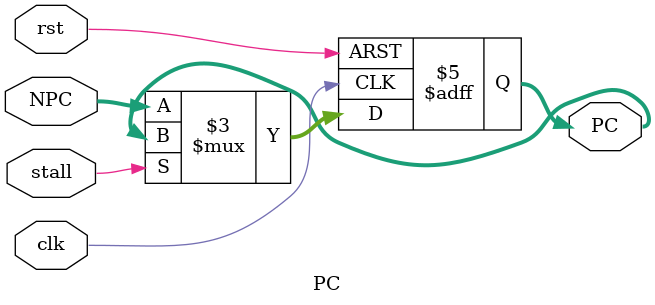
<source format=v>
module PC( clk, rst, NPC, PC ,stall);

  input              clk;
  input              rst;
  input       [31:0] NPC;
  input             stall; // 停止信号
  output reg  [31:0] PC;

  always @(posedge clk, posedge rst)
    if (rst) 
      PC <= 32'h0000_0000;
//      PC <= 32'h0000_3000;
    else if (!stall) // 如果没有停止信号，则更新 PC
      PC <= NPC;
      
endmodule


</source>
